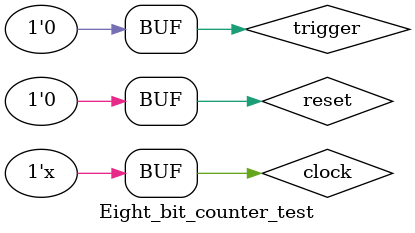
<source format=v>
`timescale 1ns / 1ps


module Eight_bit_counter_test;

	// Inputs
	reg clock;
	reg reset;
	reg trigger;

	// Outputs
	wire [7:0] count;

	// Instantiate the Unit Under Test (UUT)
	Eight_bit_counter uut (
		.count(count), 
		.clock(clock), 
		.reset(reset), 
		.trigger(trigger)
	);

	initial begin
		// Initialize Inputs
		clock = 0;
		reset = 1;
		trigger = 0;  
		#10 reset=0;
	
		

		// Wait 100 ns for global reset to finish
		#100;
		
      
		// Add stimulus here 
		#100
	trigger=0;
	#100
	trigger=1;
	#100
	trigger=0;
		

	end 
	
	//always #5 trigger=~trigger;
	
	always #5 clock=~clock;
      
endmodule


</source>
